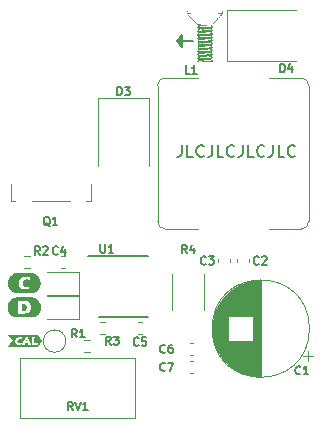
<source format=gbr>
%TF.GenerationSoftware,KiCad,Pcbnew,8.0.2*%
%TF.CreationDate,2024-05-30T14:17:59+02:00*%
%TF.ProjectId,MPPT_solar_charger_expansion_board,4d505054-5f73-46f6-9c61-725f63686172,1.00*%
%TF.SameCoordinates,Original*%
%TF.FileFunction,Legend,Top*%
%TF.FilePolarity,Positive*%
%FSLAX46Y46*%
G04 Gerber Fmt 4.6, Leading zero omitted, Abs format (unit mm)*
G04 Created by KiCad (PCBNEW 8.0.2) date 2024-05-30 14:17:59*
%MOMM*%
%LPD*%
G01*
G04 APERTURE LIST*
%ADD10C,0.150000*%
%ADD11C,0.120000*%
%ADD12C,0.000000*%
G04 APERTURE END LIST*
D10*
X145993928Y-89808168D02*
X145993928Y-90522453D01*
X145993928Y-90522453D02*
X145946309Y-90665310D01*
X145946309Y-90665310D02*
X145851071Y-90760549D01*
X145851071Y-90760549D02*
X145708214Y-90808168D01*
X145708214Y-90808168D02*
X145612976Y-90808168D01*
X146946309Y-90808168D02*
X146470119Y-90808168D01*
X146470119Y-90808168D02*
X146470119Y-89808168D01*
X147851071Y-90712929D02*
X147803452Y-90760549D01*
X147803452Y-90760549D02*
X147660595Y-90808168D01*
X147660595Y-90808168D02*
X147565357Y-90808168D01*
X147565357Y-90808168D02*
X147422500Y-90760549D01*
X147422500Y-90760549D02*
X147327262Y-90665310D01*
X147327262Y-90665310D02*
X147279643Y-90570072D01*
X147279643Y-90570072D02*
X147232024Y-90379596D01*
X147232024Y-90379596D02*
X147232024Y-90236739D01*
X147232024Y-90236739D02*
X147279643Y-90046263D01*
X147279643Y-90046263D02*
X147327262Y-89951025D01*
X147327262Y-89951025D02*
X147422500Y-89855787D01*
X147422500Y-89855787D02*
X147565357Y-89808168D01*
X147565357Y-89808168D02*
X147660595Y-89808168D01*
X147660595Y-89808168D02*
X147803452Y-89855787D01*
X147803452Y-89855787D02*
X147851071Y-89903406D01*
X148565357Y-89808168D02*
X148565357Y-90522453D01*
X148565357Y-90522453D02*
X148517738Y-90665310D01*
X148517738Y-90665310D02*
X148422500Y-90760549D01*
X148422500Y-90760549D02*
X148279643Y-90808168D01*
X148279643Y-90808168D02*
X148184405Y-90808168D01*
X149517738Y-90808168D02*
X149041548Y-90808168D01*
X149041548Y-90808168D02*
X149041548Y-89808168D01*
X150422500Y-90712929D02*
X150374881Y-90760549D01*
X150374881Y-90760549D02*
X150232024Y-90808168D01*
X150232024Y-90808168D02*
X150136786Y-90808168D01*
X150136786Y-90808168D02*
X149993929Y-90760549D01*
X149993929Y-90760549D02*
X149898691Y-90665310D01*
X149898691Y-90665310D02*
X149851072Y-90570072D01*
X149851072Y-90570072D02*
X149803453Y-90379596D01*
X149803453Y-90379596D02*
X149803453Y-90236739D01*
X149803453Y-90236739D02*
X149851072Y-90046263D01*
X149851072Y-90046263D02*
X149898691Y-89951025D01*
X149898691Y-89951025D02*
X149993929Y-89855787D01*
X149993929Y-89855787D02*
X150136786Y-89808168D01*
X150136786Y-89808168D02*
X150232024Y-89808168D01*
X150232024Y-89808168D02*
X150374881Y-89855787D01*
X150374881Y-89855787D02*
X150422500Y-89903406D01*
X151136786Y-89808168D02*
X151136786Y-90522453D01*
X151136786Y-90522453D02*
X151089167Y-90665310D01*
X151089167Y-90665310D02*
X150993929Y-90760549D01*
X150993929Y-90760549D02*
X150851072Y-90808168D01*
X150851072Y-90808168D02*
X150755834Y-90808168D01*
X152089167Y-90808168D02*
X151612977Y-90808168D01*
X151612977Y-90808168D02*
X151612977Y-89808168D01*
X152993929Y-90712929D02*
X152946310Y-90760549D01*
X152946310Y-90760549D02*
X152803453Y-90808168D01*
X152803453Y-90808168D02*
X152708215Y-90808168D01*
X152708215Y-90808168D02*
X152565358Y-90760549D01*
X152565358Y-90760549D02*
X152470120Y-90665310D01*
X152470120Y-90665310D02*
X152422501Y-90570072D01*
X152422501Y-90570072D02*
X152374882Y-90379596D01*
X152374882Y-90379596D02*
X152374882Y-90236739D01*
X152374882Y-90236739D02*
X152422501Y-90046263D01*
X152422501Y-90046263D02*
X152470120Y-89951025D01*
X152470120Y-89951025D02*
X152565358Y-89855787D01*
X152565358Y-89855787D02*
X152708215Y-89808168D01*
X152708215Y-89808168D02*
X152803453Y-89808168D01*
X152803453Y-89808168D02*
X152946310Y-89855787D01*
X152946310Y-89855787D02*
X152993929Y-89903406D01*
X153708215Y-89808168D02*
X153708215Y-90522453D01*
X153708215Y-90522453D02*
X153660596Y-90665310D01*
X153660596Y-90665310D02*
X153565358Y-90760549D01*
X153565358Y-90760549D02*
X153422501Y-90808168D01*
X153422501Y-90808168D02*
X153327263Y-90808168D01*
X154660596Y-90808168D02*
X154184406Y-90808168D01*
X154184406Y-90808168D02*
X154184406Y-89808168D01*
X155565358Y-90712929D02*
X155517739Y-90760549D01*
X155517739Y-90760549D02*
X155374882Y-90808168D01*
X155374882Y-90808168D02*
X155279644Y-90808168D01*
X155279644Y-90808168D02*
X155136787Y-90760549D01*
X155136787Y-90760549D02*
X155041549Y-90665310D01*
X155041549Y-90665310D02*
X154993930Y-90570072D01*
X154993930Y-90570072D02*
X154946311Y-90379596D01*
X154946311Y-90379596D02*
X154946311Y-90236739D01*
X154946311Y-90236739D02*
X154993930Y-90046263D01*
X154993930Y-90046263D02*
X155041549Y-89951025D01*
X155041549Y-89951025D02*
X155136787Y-89855787D01*
X155136787Y-89855787D02*
X155279644Y-89808168D01*
X155279644Y-89808168D02*
X155374882Y-89808168D01*
X155374882Y-89808168D02*
X155517739Y-89855787D01*
X155517739Y-89855787D02*
X155565358Y-89903406D01*
X146021200Y-81519400D02*
X145564000Y-81011400D01*
X146021200Y-80503400D01*
X146021200Y-81519400D01*
G36*
X146021200Y-81519400D02*
G01*
X145564000Y-81011400D01*
X146021200Y-80503400D01*
X146021200Y-81519400D01*
G37*
X146910200Y-81011400D02*
X145564000Y-81011400D01*
X133979733Y-99081033D02*
X133746400Y-98747700D01*
X133579733Y-99081033D02*
X133579733Y-98381033D01*
X133579733Y-98381033D02*
X133846400Y-98381033D01*
X133846400Y-98381033D02*
X133913067Y-98414366D01*
X133913067Y-98414366D02*
X133946400Y-98447700D01*
X133946400Y-98447700D02*
X133979733Y-98514366D01*
X133979733Y-98514366D02*
X133979733Y-98614366D01*
X133979733Y-98614366D02*
X133946400Y-98681033D01*
X133946400Y-98681033D02*
X133913067Y-98714366D01*
X133913067Y-98714366D02*
X133846400Y-98747700D01*
X133846400Y-98747700D02*
X133579733Y-98747700D01*
X134246400Y-98447700D02*
X134279733Y-98414366D01*
X134279733Y-98414366D02*
X134346400Y-98381033D01*
X134346400Y-98381033D02*
X134513067Y-98381033D01*
X134513067Y-98381033D02*
X134579733Y-98414366D01*
X134579733Y-98414366D02*
X134613067Y-98447700D01*
X134613067Y-98447700D02*
X134646400Y-98514366D01*
X134646400Y-98514366D02*
X134646400Y-98581033D01*
X134646400Y-98581033D02*
X134613067Y-98681033D01*
X134613067Y-98681033D02*
X134213067Y-99081033D01*
X134213067Y-99081033D02*
X134646400Y-99081033D01*
X152508533Y-99865766D02*
X152475200Y-99899100D01*
X152475200Y-99899100D02*
X152375200Y-99932433D01*
X152375200Y-99932433D02*
X152308533Y-99932433D01*
X152308533Y-99932433D02*
X152208533Y-99899100D01*
X152208533Y-99899100D02*
X152141867Y-99832433D01*
X152141867Y-99832433D02*
X152108533Y-99765766D01*
X152108533Y-99765766D02*
X152075200Y-99632433D01*
X152075200Y-99632433D02*
X152075200Y-99532433D01*
X152075200Y-99532433D02*
X152108533Y-99399100D01*
X152108533Y-99399100D02*
X152141867Y-99332433D01*
X152141867Y-99332433D02*
X152208533Y-99265766D01*
X152208533Y-99265766D02*
X152308533Y-99232433D01*
X152308533Y-99232433D02*
X152375200Y-99232433D01*
X152375200Y-99232433D02*
X152475200Y-99265766D01*
X152475200Y-99265766D02*
X152508533Y-99299100D01*
X152775200Y-99299100D02*
X152808533Y-99265766D01*
X152808533Y-99265766D02*
X152875200Y-99232433D01*
X152875200Y-99232433D02*
X153041867Y-99232433D01*
X153041867Y-99232433D02*
X153108533Y-99265766D01*
X153108533Y-99265766D02*
X153141867Y-99299100D01*
X153141867Y-99299100D02*
X153175200Y-99365766D01*
X153175200Y-99365766D02*
X153175200Y-99432433D01*
X153175200Y-99432433D02*
X153141867Y-99532433D01*
X153141867Y-99532433D02*
X152741867Y-99932433D01*
X152741867Y-99932433D02*
X153175200Y-99932433D01*
X135503733Y-99014366D02*
X135470400Y-99047700D01*
X135470400Y-99047700D02*
X135370400Y-99081033D01*
X135370400Y-99081033D02*
X135303733Y-99081033D01*
X135303733Y-99081033D02*
X135203733Y-99047700D01*
X135203733Y-99047700D02*
X135137067Y-98981033D01*
X135137067Y-98981033D02*
X135103733Y-98914366D01*
X135103733Y-98914366D02*
X135070400Y-98781033D01*
X135070400Y-98781033D02*
X135070400Y-98681033D01*
X135070400Y-98681033D02*
X135103733Y-98547700D01*
X135103733Y-98547700D02*
X135137067Y-98481033D01*
X135137067Y-98481033D02*
X135203733Y-98414366D01*
X135203733Y-98414366D02*
X135303733Y-98381033D01*
X135303733Y-98381033D02*
X135370400Y-98381033D01*
X135370400Y-98381033D02*
X135470400Y-98414366D01*
X135470400Y-98414366D02*
X135503733Y-98447700D01*
X136103733Y-98614366D02*
X136103733Y-99081033D01*
X135937067Y-98347700D02*
X135770400Y-98847700D01*
X135770400Y-98847700D02*
X136203733Y-98847700D01*
X139100266Y-98228633D02*
X139100266Y-98795300D01*
X139100266Y-98795300D02*
X139133600Y-98861966D01*
X139133600Y-98861966D02*
X139166933Y-98895300D01*
X139166933Y-98895300D02*
X139233600Y-98928633D01*
X139233600Y-98928633D02*
X139366933Y-98928633D01*
X139366933Y-98928633D02*
X139433600Y-98895300D01*
X139433600Y-98895300D02*
X139466933Y-98861966D01*
X139466933Y-98861966D02*
X139500266Y-98795300D01*
X139500266Y-98795300D02*
X139500266Y-98228633D01*
X140200266Y-98928633D02*
X139800266Y-98928633D01*
X140000266Y-98928633D02*
X140000266Y-98228633D01*
X140000266Y-98228633D02*
X139933599Y-98328633D01*
X139933599Y-98328633D02*
X139866933Y-98395300D01*
X139866933Y-98395300D02*
X139800266Y-98428633D01*
X142336333Y-106735966D02*
X142303000Y-106769300D01*
X142303000Y-106769300D02*
X142203000Y-106802633D01*
X142203000Y-106802633D02*
X142136333Y-106802633D01*
X142136333Y-106802633D02*
X142036333Y-106769300D01*
X142036333Y-106769300D02*
X141969667Y-106702633D01*
X141969667Y-106702633D02*
X141936333Y-106635966D01*
X141936333Y-106635966D02*
X141903000Y-106502633D01*
X141903000Y-106502633D02*
X141903000Y-106402633D01*
X141903000Y-106402633D02*
X141936333Y-106269300D01*
X141936333Y-106269300D02*
X141969667Y-106202633D01*
X141969667Y-106202633D02*
X142036333Y-106135966D01*
X142036333Y-106135966D02*
X142136333Y-106102633D01*
X142136333Y-106102633D02*
X142203000Y-106102633D01*
X142203000Y-106102633D02*
X142303000Y-106135966D01*
X142303000Y-106135966D02*
X142336333Y-106169300D01*
X142969667Y-106102633D02*
X142636333Y-106102633D01*
X142636333Y-106102633D02*
X142603000Y-106435966D01*
X142603000Y-106435966D02*
X142636333Y-106402633D01*
X142636333Y-106402633D02*
X142703000Y-106369300D01*
X142703000Y-106369300D02*
X142869667Y-106369300D01*
X142869667Y-106369300D02*
X142936333Y-106402633D01*
X142936333Y-106402633D02*
X142969667Y-106435966D01*
X142969667Y-106435966D02*
X143003000Y-106502633D01*
X143003000Y-106502633D02*
X143003000Y-106669300D01*
X143003000Y-106669300D02*
X142969667Y-106735966D01*
X142969667Y-106735966D02*
X142936333Y-106769300D01*
X142936333Y-106769300D02*
X142869667Y-106802633D01*
X142869667Y-106802633D02*
X142703000Y-106802633D01*
X142703000Y-106802633D02*
X142636333Y-106769300D01*
X142636333Y-106769300D02*
X142603000Y-106735966D01*
X146666533Y-83778033D02*
X146333199Y-83778033D01*
X146333199Y-83778033D02*
X146333199Y-83078033D01*
X147266533Y-83778033D02*
X146866533Y-83778033D01*
X147066533Y-83778033D02*
X147066533Y-83078033D01*
X147066533Y-83078033D02*
X146999866Y-83178033D01*
X146999866Y-83178033D02*
X146933200Y-83244700D01*
X146933200Y-83244700D02*
X146866533Y-83278033D01*
X148030533Y-99865766D02*
X147997200Y-99899100D01*
X147997200Y-99899100D02*
X147897200Y-99932433D01*
X147897200Y-99932433D02*
X147830533Y-99932433D01*
X147830533Y-99932433D02*
X147730533Y-99899100D01*
X147730533Y-99899100D02*
X147663867Y-99832433D01*
X147663867Y-99832433D02*
X147630533Y-99765766D01*
X147630533Y-99765766D02*
X147597200Y-99632433D01*
X147597200Y-99632433D02*
X147597200Y-99532433D01*
X147597200Y-99532433D02*
X147630533Y-99399100D01*
X147630533Y-99399100D02*
X147663867Y-99332433D01*
X147663867Y-99332433D02*
X147730533Y-99265766D01*
X147730533Y-99265766D02*
X147830533Y-99232433D01*
X147830533Y-99232433D02*
X147897200Y-99232433D01*
X147897200Y-99232433D02*
X147997200Y-99265766D01*
X147997200Y-99265766D02*
X148030533Y-99299100D01*
X148263867Y-99232433D02*
X148697200Y-99232433D01*
X148697200Y-99232433D02*
X148463867Y-99499100D01*
X148463867Y-99499100D02*
X148563867Y-99499100D01*
X148563867Y-99499100D02*
X148630533Y-99532433D01*
X148630533Y-99532433D02*
X148663867Y-99565766D01*
X148663867Y-99565766D02*
X148697200Y-99632433D01*
X148697200Y-99632433D02*
X148697200Y-99799100D01*
X148697200Y-99799100D02*
X148663867Y-99865766D01*
X148663867Y-99865766D02*
X148630533Y-99899100D01*
X148630533Y-99899100D02*
X148563867Y-99932433D01*
X148563867Y-99932433D02*
X148363867Y-99932433D01*
X148363867Y-99932433D02*
X148297200Y-99899100D01*
X148297200Y-99899100D02*
X148263867Y-99865766D01*
X144587133Y-107335766D02*
X144553800Y-107369100D01*
X144553800Y-107369100D02*
X144453800Y-107402433D01*
X144453800Y-107402433D02*
X144387133Y-107402433D01*
X144387133Y-107402433D02*
X144287133Y-107369100D01*
X144287133Y-107369100D02*
X144220467Y-107302433D01*
X144220467Y-107302433D02*
X144187133Y-107235766D01*
X144187133Y-107235766D02*
X144153800Y-107102433D01*
X144153800Y-107102433D02*
X144153800Y-107002433D01*
X144153800Y-107002433D02*
X144187133Y-106869100D01*
X144187133Y-106869100D02*
X144220467Y-106802433D01*
X144220467Y-106802433D02*
X144287133Y-106735766D01*
X144287133Y-106735766D02*
X144387133Y-106702433D01*
X144387133Y-106702433D02*
X144453800Y-106702433D01*
X144453800Y-106702433D02*
X144553800Y-106735766D01*
X144553800Y-106735766D02*
X144587133Y-106769100D01*
X145187133Y-106702433D02*
X145053800Y-106702433D01*
X145053800Y-106702433D02*
X144987133Y-106735766D01*
X144987133Y-106735766D02*
X144953800Y-106769100D01*
X144953800Y-106769100D02*
X144887133Y-106869100D01*
X144887133Y-106869100D02*
X144853800Y-107002433D01*
X144853800Y-107002433D02*
X144853800Y-107269100D01*
X144853800Y-107269100D02*
X144887133Y-107335766D01*
X144887133Y-107335766D02*
X144920467Y-107369100D01*
X144920467Y-107369100D02*
X144987133Y-107402433D01*
X144987133Y-107402433D02*
X145120467Y-107402433D01*
X145120467Y-107402433D02*
X145187133Y-107369100D01*
X145187133Y-107369100D02*
X145220467Y-107335766D01*
X145220467Y-107335766D02*
X145253800Y-107269100D01*
X145253800Y-107269100D02*
X145253800Y-107102433D01*
X145253800Y-107102433D02*
X145220467Y-107035766D01*
X145220467Y-107035766D02*
X145187133Y-107002433D01*
X145187133Y-107002433D02*
X145120467Y-106969100D01*
X145120467Y-106969100D02*
X144987133Y-106969100D01*
X144987133Y-106969100D02*
X144920467Y-107002433D01*
X144920467Y-107002433D02*
X144887133Y-107035766D01*
X144887133Y-107035766D02*
X144853800Y-107102433D01*
X146412533Y-98967233D02*
X146179200Y-98633900D01*
X146012533Y-98967233D02*
X146012533Y-98267233D01*
X146012533Y-98267233D02*
X146279200Y-98267233D01*
X146279200Y-98267233D02*
X146345867Y-98300566D01*
X146345867Y-98300566D02*
X146379200Y-98333900D01*
X146379200Y-98333900D02*
X146412533Y-98400566D01*
X146412533Y-98400566D02*
X146412533Y-98500566D01*
X146412533Y-98500566D02*
X146379200Y-98567233D01*
X146379200Y-98567233D02*
X146345867Y-98600566D01*
X146345867Y-98600566D02*
X146279200Y-98633900D01*
X146279200Y-98633900D02*
X146012533Y-98633900D01*
X147012533Y-98500566D02*
X147012533Y-98967233D01*
X146845867Y-98233900D02*
X146679200Y-98733900D01*
X146679200Y-98733900D02*
X147112533Y-98733900D01*
X137094133Y-106107033D02*
X136860800Y-105773700D01*
X136694133Y-106107033D02*
X136694133Y-105407033D01*
X136694133Y-105407033D02*
X136960800Y-105407033D01*
X136960800Y-105407033D02*
X137027467Y-105440366D01*
X137027467Y-105440366D02*
X137060800Y-105473700D01*
X137060800Y-105473700D02*
X137094133Y-105540366D01*
X137094133Y-105540366D02*
X137094133Y-105640366D01*
X137094133Y-105640366D02*
X137060800Y-105707033D01*
X137060800Y-105707033D02*
X137027467Y-105740366D01*
X137027467Y-105740366D02*
X136960800Y-105773700D01*
X136960800Y-105773700D02*
X136694133Y-105773700D01*
X137760800Y-106107033D02*
X137360800Y-106107033D01*
X137560800Y-106107033D02*
X137560800Y-105407033D01*
X137560800Y-105407033D02*
X137494133Y-105507033D01*
X137494133Y-105507033D02*
X137427467Y-105573700D01*
X137427467Y-105573700D02*
X137360800Y-105607033D01*
X134829533Y-96680100D02*
X134762866Y-96646766D01*
X134762866Y-96646766D02*
X134696200Y-96580100D01*
X134696200Y-96580100D02*
X134596200Y-96480100D01*
X134596200Y-96480100D02*
X134529533Y-96446766D01*
X134529533Y-96446766D02*
X134462866Y-96446766D01*
X134496200Y-96613433D02*
X134429533Y-96580100D01*
X134429533Y-96580100D02*
X134362866Y-96513433D01*
X134362866Y-96513433D02*
X134329533Y-96380100D01*
X134329533Y-96380100D02*
X134329533Y-96146766D01*
X134329533Y-96146766D02*
X134362866Y-96013433D01*
X134362866Y-96013433D02*
X134429533Y-95946766D01*
X134429533Y-95946766D02*
X134496200Y-95913433D01*
X134496200Y-95913433D02*
X134629533Y-95913433D01*
X134629533Y-95913433D02*
X134696200Y-95946766D01*
X134696200Y-95946766D02*
X134762866Y-96013433D01*
X134762866Y-96013433D02*
X134796200Y-96146766D01*
X134796200Y-96146766D02*
X134796200Y-96380100D01*
X134796200Y-96380100D02*
X134762866Y-96513433D01*
X134762866Y-96513433D02*
X134696200Y-96580100D01*
X134696200Y-96580100D02*
X134629533Y-96613433D01*
X134629533Y-96613433D02*
X134496200Y-96613433D01*
X135462866Y-96613433D02*
X135062866Y-96613433D01*
X135262866Y-96613433D02*
X135262866Y-95913433D01*
X135262866Y-95913433D02*
X135196199Y-96013433D01*
X135196199Y-96013433D02*
X135129533Y-96080100D01*
X135129533Y-96080100D02*
X135062866Y-96113433D01*
X140526133Y-85606833D02*
X140526133Y-84906833D01*
X140526133Y-84906833D02*
X140692800Y-84906833D01*
X140692800Y-84906833D02*
X140792800Y-84940166D01*
X140792800Y-84940166D02*
X140859467Y-85006833D01*
X140859467Y-85006833D02*
X140892800Y-85073500D01*
X140892800Y-85073500D02*
X140926133Y-85206833D01*
X140926133Y-85206833D02*
X140926133Y-85306833D01*
X140926133Y-85306833D02*
X140892800Y-85440166D01*
X140892800Y-85440166D02*
X140859467Y-85506833D01*
X140859467Y-85506833D02*
X140792800Y-85573500D01*
X140792800Y-85573500D02*
X140692800Y-85606833D01*
X140692800Y-85606833D02*
X140526133Y-85606833D01*
X141159467Y-84906833D02*
X141592800Y-84906833D01*
X141592800Y-84906833D02*
X141359467Y-85173500D01*
X141359467Y-85173500D02*
X141459467Y-85173500D01*
X141459467Y-85173500D02*
X141526133Y-85206833D01*
X141526133Y-85206833D02*
X141559467Y-85240166D01*
X141559467Y-85240166D02*
X141592800Y-85306833D01*
X141592800Y-85306833D02*
X141592800Y-85473500D01*
X141592800Y-85473500D02*
X141559467Y-85540166D01*
X141559467Y-85540166D02*
X141526133Y-85573500D01*
X141526133Y-85573500D02*
X141459467Y-85606833D01*
X141459467Y-85606833D02*
X141259467Y-85606833D01*
X141259467Y-85606833D02*
X141192800Y-85573500D01*
X141192800Y-85573500D02*
X141159467Y-85540166D01*
X156038533Y-109172966D02*
X156005200Y-109206300D01*
X156005200Y-109206300D02*
X155905200Y-109239633D01*
X155905200Y-109239633D02*
X155838533Y-109239633D01*
X155838533Y-109239633D02*
X155738533Y-109206300D01*
X155738533Y-109206300D02*
X155671867Y-109139633D01*
X155671867Y-109139633D02*
X155638533Y-109072966D01*
X155638533Y-109072966D02*
X155605200Y-108939633D01*
X155605200Y-108939633D02*
X155605200Y-108839633D01*
X155605200Y-108839633D02*
X155638533Y-108706300D01*
X155638533Y-108706300D02*
X155671867Y-108639633D01*
X155671867Y-108639633D02*
X155738533Y-108572966D01*
X155738533Y-108572966D02*
X155838533Y-108539633D01*
X155838533Y-108539633D02*
X155905200Y-108539633D01*
X155905200Y-108539633D02*
X156005200Y-108572966D01*
X156005200Y-108572966D02*
X156038533Y-108606300D01*
X156705200Y-109239633D02*
X156305200Y-109239633D01*
X156505200Y-109239633D02*
X156505200Y-108539633D01*
X156505200Y-108539633D02*
X156438533Y-108639633D01*
X156438533Y-108639633D02*
X156371867Y-108706300D01*
X156371867Y-108706300D02*
X156305200Y-108739633D01*
X139974133Y-106726433D02*
X139740800Y-106393100D01*
X139574133Y-106726433D02*
X139574133Y-106026433D01*
X139574133Y-106026433D02*
X139840800Y-106026433D01*
X139840800Y-106026433D02*
X139907467Y-106059766D01*
X139907467Y-106059766D02*
X139940800Y-106093100D01*
X139940800Y-106093100D02*
X139974133Y-106159766D01*
X139974133Y-106159766D02*
X139974133Y-106259766D01*
X139974133Y-106259766D02*
X139940800Y-106326433D01*
X139940800Y-106326433D02*
X139907467Y-106359766D01*
X139907467Y-106359766D02*
X139840800Y-106393100D01*
X139840800Y-106393100D02*
X139574133Y-106393100D01*
X140207467Y-106026433D02*
X140640800Y-106026433D01*
X140640800Y-106026433D02*
X140407467Y-106293100D01*
X140407467Y-106293100D02*
X140507467Y-106293100D01*
X140507467Y-106293100D02*
X140574133Y-106326433D01*
X140574133Y-106326433D02*
X140607467Y-106359766D01*
X140607467Y-106359766D02*
X140640800Y-106426433D01*
X140640800Y-106426433D02*
X140640800Y-106593100D01*
X140640800Y-106593100D02*
X140607467Y-106659766D01*
X140607467Y-106659766D02*
X140574133Y-106693100D01*
X140574133Y-106693100D02*
X140507467Y-106726433D01*
X140507467Y-106726433D02*
X140307467Y-106726433D01*
X140307467Y-106726433D02*
X140240800Y-106693100D01*
X140240800Y-106693100D02*
X140207467Y-106659766D01*
X154343733Y-83625633D02*
X154343733Y-82925633D01*
X154343733Y-82925633D02*
X154510400Y-82925633D01*
X154510400Y-82925633D02*
X154610400Y-82958966D01*
X154610400Y-82958966D02*
X154677067Y-83025633D01*
X154677067Y-83025633D02*
X154710400Y-83092300D01*
X154710400Y-83092300D02*
X154743733Y-83225633D01*
X154743733Y-83225633D02*
X154743733Y-83325633D01*
X154743733Y-83325633D02*
X154710400Y-83458966D01*
X154710400Y-83458966D02*
X154677067Y-83525633D01*
X154677067Y-83525633D02*
X154610400Y-83592300D01*
X154610400Y-83592300D02*
X154510400Y-83625633D01*
X154510400Y-83625633D02*
X154343733Y-83625633D01*
X155343733Y-83158966D02*
X155343733Y-83625633D01*
X155177067Y-82892300D02*
X155010400Y-83392300D01*
X155010400Y-83392300D02*
X155443733Y-83392300D01*
X144587133Y-108859766D02*
X144553800Y-108893100D01*
X144553800Y-108893100D02*
X144453800Y-108926433D01*
X144453800Y-108926433D02*
X144387133Y-108926433D01*
X144387133Y-108926433D02*
X144287133Y-108893100D01*
X144287133Y-108893100D02*
X144220467Y-108826433D01*
X144220467Y-108826433D02*
X144187133Y-108759766D01*
X144187133Y-108759766D02*
X144153800Y-108626433D01*
X144153800Y-108626433D02*
X144153800Y-108526433D01*
X144153800Y-108526433D02*
X144187133Y-108393100D01*
X144187133Y-108393100D02*
X144220467Y-108326433D01*
X144220467Y-108326433D02*
X144287133Y-108259766D01*
X144287133Y-108259766D02*
X144387133Y-108226433D01*
X144387133Y-108226433D02*
X144453800Y-108226433D01*
X144453800Y-108226433D02*
X144553800Y-108259766D01*
X144553800Y-108259766D02*
X144587133Y-108293100D01*
X144820467Y-108226433D02*
X145287133Y-108226433D01*
X145287133Y-108226433D02*
X144987133Y-108926433D01*
X136765333Y-112276833D02*
X136532000Y-111943500D01*
X136365333Y-112276833D02*
X136365333Y-111576833D01*
X136365333Y-111576833D02*
X136632000Y-111576833D01*
X136632000Y-111576833D02*
X136698667Y-111610166D01*
X136698667Y-111610166D02*
X136732000Y-111643500D01*
X136732000Y-111643500D02*
X136765333Y-111710166D01*
X136765333Y-111710166D02*
X136765333Y-111810166D01*
X136765333Y-111810166D02*
X136732000Y-111876833D01*
X136732000Y-111876833D02*
X136698667Y-111910166D01*
X136698667Y-111910166D02*
X136632000Y-111943500D01*
X136632000Y-111943500D02*
X136365333Y-111943500D01*
X136965333Y-111576833D02*
X137198667Y-112276833D01*
X137198667Y-112276833D02*
X137432000Y-111576833D01*
X138032000Y-112276833D02*
X137632000Y-112276833D01*
X137832000Y-112276833D02*
X137832000Y-111576833D01*
X137832000Y-111576833D02*
X137765333Y-111676833D01*
X137765333Y-111676833D02*
X137698667Y-111743500D01*
X137698667Y-111743500D02*
X137632000Y-111776833D01*
D11*
%TO.C,TP2*%
X136166600Y-106411400D02*
G75*
G02*
X134266600Y-106411400I-950000J0D01*
G01*
X134266600Y-106411400D02*
G75*
G02*
X136166600Y-106411400I950000J0D01*
G01*
%TO.C,R2*%
X132665342Y-99207700D02*
X133139858Y-99207700D01*
X132665342Y-100252700D02*
X133139858Y-100252700D01*
%TO.C,C2*%
X150642000Y-99756980D02*
X150642000Y-99475820D01*
X151662000Y-99756980D02*
X151662000Y-99475820D01*
%TO.C,C4*%
X135792420Y-99220200D02*
X136073580Y-99220200D01*
X135792420Y-100240200D02*
X136073580Y-100240200D01*
D10*
%TO.C,U1*%
X138026000Y-99206200D02*
X143096000Y-99206200D01*
X138956000Y-104346200D02*
X143096000Y-104346200D01*
D11*
%TO.C,C5*%
X142312420Y-104808200D02*
X142593580Y-104808200D01*
X142312420Y-105828200D02*
X142593580Y-105828200D01*
%TO.C,L1*%
X143939200Y-96273200D02*
X143939200Y-84773200D01*
X147339200Y-84123200D02*
X144589200Y-84123200D01*
X147339200Y-96923200D02*
X144589200Y-96923200D01*
X156089200Y-84123200D02*
X153339200Y-84123200D01*
X156089200Y-96923200D02*
X153339200Y-96923200D01*
X156739200Y-84773200D02*
X156739200Y-96273200D01*
X143939200Y-84773200D02*
G75*
G02*
X144589200Y-84123200I650001J-1D01*
G01*
X144589200Y-96923200D02*
G75*
G02*
X143939200Y-96273200I0J650000D01*
G01*
X156089200Y-84123200D02*
G75*
G02*
X156739200Y-84773200I-1J-650001D01*
G01*
X156739200Y-96273200D02*
G75*
G02*
X156089200Y-96923200I-650000J0D01*
G01*
D12*
%TO.C,G\u002A\u002A\u002A*%
G36*
X149487803Y-78538815D02*
G01*
X149488831Y-78590022D01*
X149487643Y-78633938D01*
X149484508Y-78662745D01*
X149483449Y-78666675D01*
X149472253Y-78683162D01*
X149446350Y-78714059D01*
X149408647Y-78756120D01*
X149362055Y-78806102D01*
X149309481Y-78860762D01*
X149308567Y-78861697D01*
X149248744Y-78923326D01*
X149187855Y-78986732D01*
X149130850Y-79046715D01*
X149082675Y-79098077D01*
X149055135Y-79128011D01*
X149018852Y-79167186D01*
X148969332Y-79219480D01*
X148910940Y-79280346D01*
X148848040Y-79345236D01*
X148784999Y-79409603D01*
X148778520Y-79416174D01*
X148711583Y-79483340D01*
X148659383Y-79533974D01*
X148619796Y-79569918D01*
X148590696Y-79593015D01*
X148569961Y-79605106D01*
X148557190Y-79608108D01*
X148531762Y-79613873D01*
X148527521Y-79631410D01*
X148544542Y-79661084D01*
X148575066Y-79695393D01*
X148608002Y-79732540D01*
X148622015Y-79760637D01*
X148618182Y-79785532D01*
X148597581Y-79813074D01*
X148596887Y-79813818D01*
X148552062Y-79866071D01*
X148523399Y-79909111D01*
X148512746Y-79940138D01*
X148512719Y-79941365D01*
X148520528Y-79955406D01*
X148540973Y-79981802D01*
X148568777Y-80013884D01*
X148597209Y-80046556D01*
X148617400Y-80072269D01*
X148624889Y-80085234D01*
X148617834Y-80104927D01*
X148600648Y-80132526D01*
X148579527Y-80159704D01*
X148560662Y-80178138D01*
X148553245Y-80181542D01*
X148538747Y-80189023D01*
X148537658Y-80193275D01*
X148529687Y-80210376D01*
X148517053Y-80225459D01*
X148504658Y-80241123D01*
X148507846Y-80255082D01*
X148526405Y-80274713D01*
X148564396Y-80313992D01*
X148590076Y-80346643D01*
X148599985Y-80368238D01*
X148600005Y-80368879D01*
X148609556Y-80380780D01*
X148612913Y-80381206D01*
X148619866Y-80388466D01*
X148612227Y-80406892D01*
X148594367Y-80431449D01*
X148570654Y-80457103D01*
X148545458Y-80478822D01*
X148523149Y-80491570D01*
X148515837Y-80493036D01*
X148502712Y-80501164D01*
X148508202Y-80523362D01*
X148531492Y-80558065D01*
X148571765Y-80603714D01*
X148576027Y-80608133D01*
X148606357Y-80643511D01*
X148623016Y-80671773D01*
X148624284Y-80689230D01*
X148615591Y-80693047D01*
X148597543Y-80702290D01*
X148571808Y-80725044D01*
X148544824Y-80754266D01*
X148523027Y-80782913D01*
X148512853Y-80803941D01*
X148512719Y-80805620D01*
X148521125Y-80826529D01*
X148542993Y-80857025D01*
X148568831Y-80885557D01*
X148597845Y-80915529D01*
X148618117Y-80938302D01*
X148624943Y-80948278D01*
X148617020Y-80960023D01*
X148596302Y-80984285D01*
X148568901Y-81014070D01*
X148539909Y-81047603D01*
X148519636Y-81076623D01*
X148512789Y-81093433D01*
X148521105Y-81112136D01*
X148542902Y-81141237D01*
X148571317Y-81172212D01*
X148599166Y-81202838D01*
X148615970Y-81226927D01*
X148618115Y-81239289D01*
X148618077Y-81239316D01*
X148597518Y-81258062D01*
X148571317Y-81286937D01*
X148544896Y-81319242D01*
X148523682Y-81348275D01*
X148513099Y-81367337D01*
X148512735Y-81369435D01*
X148521656Y-81391091D01*
X148547044Y-81426726D01*
X148586872Y-81473587D01*
X148599717Y-81487675D01*
X148625462Y-81515548D01*
X148590912Y-81555048D01*
X148560572Y-81588838D01*
X148531057Y-81620378D01*
X148527215Y-81624336D01*
X148508322Y-81646316D01*
X148506092Y-81662943D01*
X148517620Y-81683963D01*
X148540748Y-81714375D01*
X148568588Y-81745219D01*
X148594665Y-81782499D01*
X148596589Y-81819395D01*
X148574184Y-81857784D01*
X148556362Y-81875823D01*
X148530444Y-81902459D01*
X148514806Y-81924416D01*
X148512719Y-81931044D01*
X148519927Y-81951562D01*
X148538163Y-81983459D01*
X148562348Y-82019074D01*
X148587402Y-82050747D01*
X148602233Y-82066026D01*
X148618630Y-82083785D01*
X148622181Y-82100933D01*
X148611238Y-82122603D01*
X148584148Y-82153926D01*
X148568831Y-82169887D01*
X148539717Y-82202459D01*
X148519433Y-82230148D01*
X148512719Y-82245519D01*
X148521032Y-82263177D01*
X148542680Y-82291301D01*
X148568831Y-82319528D01*
X148597996Y-82350538D01*
X148618285Y-82375638D01*
X148624943Y-82388222D01*
X148617329Y-82405140D01*
X148598592Y-82430520D01*
X148594463Y-82435310D01*
X148564317Y-82469436D01*
X148532854Y-82505049D01*
X148531276Y-82506835D01*
X148498569Y-82543853D01*
X148562486Y-82602927D01*
X148595536Y-82635263D01*
X148612856Y-82660601D01*
X148613873Y-82684354D01*
X148598012Y-82711932D01*
X148564699Y-82748746D01*
X148544887Y-82768742D01*
X148492413Y-82821216D01*
X147950799Y-82822658D01*
X147800532Y-82822784D01*
X147674444Y-82822286D01*
X147571785Y-82821147D01*
X147491803Y-82819352D01*
X147433746Y-82816884D01*
X147396862Y-82813726D01*
X147381129Y-82810271D01*
X147359792Y-82796031D01*
X147353073Y-82785879D01*
X147342613Y-82777291D01*
X147328134Y-82775315D01*
X147307192Y-82768436D01*
X147306075Y-82749065D01*
X147317806Y-82729714D01*
X147451338Y-82729714D01*
X147464112Y-82742098D01*
X147498340Y-82748486D01*
X147555642Y-82750373D01*
X147558817Y-82750376D01*
X147610433Y-82748997D01*
X147646985Y-82745204D01*
X147664084Y-82739514D01*
X147664806Y-82737907D01*
X147677081Y-82733628D01*
X147713154Y-82730195D01*
X147771897Y-82727656D01*
X147852183Y-82726056D01*
X147952883Y-82725443D01*
X147964069Y-82725437D01*
X148066756Y-82724926D01*
X148149140Y-82723423D01*
X148210096Y-82720975D01*
X148248494Y-82717630D01*
X148263208Y-82713434D01*
X148263333Y-82712968D01*
X148274877Y-82706588D01*
X148305864Y-82702174D01*
X148350826Y-82700499D01*
X148351509Y-82700499D01*
X148411218Y-82697755D01*
X148448426Y-82688767D01*
X148465039Y-82672401D01*
X148462966Y-82647520D01*
X148458355Y-82636942D01*
X148452012Y-82625756D01*
X148443310Y-82617695D01*
X148428385Y-82612160D01*
X148403375Y-82608555D01*
X148364420Y-82606280D01*
X148307656Y-82604737D01*
X148242893Y-82603561D01*
X148165402Y-82602564D01*
X148108024Y-82602881D01*
X148065951Y-82604917D01*
X148034373Y-82609077D01*
X148008483Y-82615764D01*
X147983475Y-82625382D01*
X147941118Y-82640392D01*
X147901445Y-82649431D01*
X147887400Y-82650622D01*
X147851360Y-82655046D01*
X147825650Y-82663764D01*
X147803470Y-82669262D01*
X147766875Y-82668100D01*
X147711707Y-82660050D01*
X147692556Y-82656567D01*
X147622360Y-82645426D01*
X147570557Y-82642821D01*
X147531895Y-82649367D01*
X147501121Y-82665677D01*
X147483682Y-82680980D01*
X147458401Y-82709840D01*
X147451338Y-82729714D01*
X147317806Y-82729714D01*
X147324239Y-82719103D01*
X147353073Y-82688029D01*
X147388497Y-82647580D01*
X147401688Y-82612284D01*
X147392600Y-82577114D01*
X147361186Y-82537043D01*
X147351596Y-82527386D01*
X147319841Y-82491395D01*
X147307462Y-82460637D01*
X147312767Y-82437779D01*
X147452071Y-82437779D01*
X147459255Y-82452588D01*
X147488454Y-82460597D01*
X147540876Y-82463470D01*
X147558817Y-82463582D01*
X147610433Y-82462203D01*
X147646985Y-82458410D01*
X147664084Y-82452720D01*
X147664806Y-82451112D01*
X147675249Y-82440981D01*
X147689744Y-82438643D01*
X147709997Y-82444429D01*
X147714683Y-82452477D01*
X147725855Y-82460606D01*
X147759421Y-82457908D01*
X147761443Y-82457535D01*
X147794726Y-82453045D01*
X147844475Y-82448408D01*
X147902235Y-82444363D01*
X147929779Y-82442873D01*
X147981398Y-82439453D01*
X148022135Y-82435001D01*
X148046647Y-82430202D01*
X148051355Y-82427312D01*
X148063111Y-82423816D01*
X148095532Y-82420548D01*
X148144341Y-82417780D01*
X148205264Y-82415787D01*
X148241512Y-82415131D01*
X148309823Y-82413488D01*
X148367154Y-82410670D01*
X148409457Y-82406977D01*
X148432681Y-82402711D01*
X148435825Y-82400695D01*
X148450131Y-82389795D01*
X148457647Y-82388766D01*
X148472590Y-82380176D01*
X148473450Y-82360302D01*
X148460868Y-82337992D01*
X148453490Y-82331308D01*
X148434472Y-82325566D01*
X148397136Y-82320866D01*
X148346381Y-82317266D01*
X148287105Y-82314820D01*
X148224207Y-82313586D01*
X148162584Y-82313619D01*
X148107136Y-82314975D01*
X148062760Y-82317711D01*
X148034355Y-82321882D01*
X148026416Y-82326419D01*
X148015468Y-82334717D01*
X147988604Y-82338801D01*
X147983509Y-82338889D01*
X147952450Y-82342193D01*
X147933743Y-82350258D01*
X147932896Y-82351358D01*
X147915308Y-82361833D01*
X147900987Y-82363827D01*
X147881128Y-82369191D01*
X147876784Y-82376297D01*
X147865180Y-82382580D01*
X147833768Y-82386959D01*
X147787650Y-82388754D01*
X147783264Y-82388766D01*
X147738563Y-82387484D01*
X147705495Y-82384094D01*
X147690153Y-82379277D01*
X147689744Y-82378298D01*
X147678707Y-82364396D01*
X147651082Y-82351148D01*
X147615096Y-82341668D01*
X147585605Y-82338889D01*
X147546470Y-82347482D01*
X147505271Y-82375409D01*
X147498907Y-82381096D01*
X147465692Y-82414503D01*
X147452071Y-82437779D01*
X147312767Y-82437779D01*
X147314729Y-82429323D01*
X147341912Y-82391667D01*
X147358782Y-82373150D01*
X147384154Y-82342866D01*
X147400126Y-82317249D01*
X147402950Y-82307712D01*
X147394879Y-82289002D01*
X147374026Y-82260091D01*
X147353073Y-82236110D01*
X147325908Y-82203959D01*
X147307792Y-82176176D01*
X147303196Y-82162772D01*
X147311417Y-82143122D01*
X147316281Y-82136411D01*
X147452827Y-82136411D01*
X147459560Y-82165239D01*
X147480614Y-82173833D01*
X147496153Y-82171082D01*
X147515676Y-82168637D01*
X147556123Y-82165810D01*
X147613487Y-82162802D01*
X147683759Y-82159814D01*
X147762933Y-82157047D01*
X147795734Y-82156061D01*
X147875726Y-82153309D01*
X147946908Y-82149987D01*
X148005648Y-82146338D01*
X148048317Y-82142601D01*
X148071285Y-82139019D01*
X148074215Y-82137550D01*
X148087498Y-82133715D01*
X148121111Y-82130495D01*
X148170449Y-82128163D01*
X148230906Y-82126994D01*
X148252793Y-82126910D01*
X148330044Y-82126235D01*
X148385807Y-82123473D01*
X148423512Y-82117517D01*
X148446592Y-82107262D01*
X148458477Y-82091603D01*
X148462598Y-82069434D01*
X148462842Y-82059220D01*
X148462987Y-82048073D01*
X148461428Y-82039608D01*
X148455176Y-82033489D01*
X148441242Y-82029382D01*
X148416634Y-82026949D01*
X148378363Y-82025857D01*
X148323440Y-82025770D01*
X148248874Y-82026352D01*
X148176048Y-82027046D01*
X148110902Y-82028413D01*
X148054497Y-82031032D01*
X148011608Y-82034571D01*
X147987010Y-82038701D01*
X147983397Y-82040409D01*
X147961516Y-82050612D01*
X147949106Y-82052094D01*
X147930239Y-82057830D01*
X147926661Y-82064564D01*
X147914709Y-82070112D01*
X147880857Y-82074195D01*
X147828119Y-82076551D01*
X147783264Y-82077033D01*
X147719459Y-82075994D01*
X147672504Y-82073050D01*
X147645410Y-82068464D01*
X147639867Y-82064564D01*
X147628805Y-82056755D01*
X147601170Y-82052412D01*
X147589990Y-82052094D01*
X147558757Y-82054860D01*
X147541384Y-82061768D01*
X147540113Y-82064564D01*
X147529631Y-82074576D01*
X147514283Y-82077033D01*
X147480516Y-82087674D01*
X147457764Y-82114232D01*
X147452827Y-82136411D01*
X147316281Y-82136411D01*
X147332621Y-82113869D01*
X147353073Y-82090992D01*
X147380352Y-82059976D01*
X147398468Y-82033809D01*
X147402950Y-82021867D01*
X147394578Y-82003858D01*
X147373025Y-81976292D01*
X147353073Y-81955245D01*
X147317822Y-81913727D01*
X147305106Y-81878100D01*
X147312030Y-81853342D01*
X147452827Y-81853342D01*
X147454027Y-81866087D01*
X147460851Y-81873492D01*
X147478134Y-81876391D01*
X147510714Y-81875615D01*
X147561934Y-81872106D01*
X147630222Y-81867154D01*
X147706316Y-81861779D01*
X147774259Y-81857108D01*
X147777030Y-81856922D01*
X147824549Y-81854282D01*
X147890600Y-81851378D01*
X147968780Y-81848450D01*
X148052687Y-81845742D01*
X148123053Y-81843812D01*
X148197336Y-81841400D01*
X148262274Y-81838224D01*
X148314061Y-81834559D01*
X148348894Y-81830680D01*
X148362968Y-81826860D01*
X148363088Y-81826499D01*
X148374153Y-81819409D01*
X148401793Y-81815465D01*
X148412965Y-81815177D01*
X148444970Y-81813653D01*
X148459198Y-81805664D01*
X148462776Y-81786084D01*
X148462842Y-81779296D01*
X148460823Y-81754515D01*
X148452434Y-81737010D01*
X148434173Y-81725750D01*
X148402542Y-81719705D01*
X148354041Y-81717844D01*
X148285170Y-81719138D01*
X148261227Y-81719944D01*
X148155089Y-81724735D01*
X148073726Y-81730707D01*
X148017000Y-81737876D01*
X147984776Y-81746259D01*
X147976539Y-81754086D01*
X147965592Y-81761571D01*
X147938758Y-81765228D01*
X147933935Y-81765300D01*
X147904166Y-81768517D01*
X147887779Y-81776383D01*
X147887175Y-81777574D01*
X147873212Y-81784853D01*
X147842076Y-81789783D01*
X147801349Y-81792269D01*
X147758609Y-81792214D01*
X147721435Y-81789521D01*
X147697406Y-81784096D01*
X147692582Y-81780046D01*
X147677061Y-81771270D01*
X147638955Y-81766315D01*
X147600853Y-81765300D01*
X147552568Y-81766457D01*
X147521408Y-81771275D01*
X147499615Y-81781777D01*
X147483434Y-81795906D01*
X147462329Y-81824455D01*
X147452865Y-81851969D01*
X147452827Y-81853342D01*
X147312030Y-81853342D01*
X147314493Y-81844533D01*
X147337486Y-81816727D01*
X147364847Y-81786794D01*
X147385899Y-81758269D01*
X147387363Y-81755781D01*
X147399239Y-81725581D01*
X147402459Y-81697490D01*
X147396609Y-81680082D01*
X147391113Y-81678015D01*
X147374220Y-81668927D01*
X147350236Y-81646727D01*
X147325963Y-81619015D01*
X147308205Y-81593385D01*
X147303253Y-81579906D01*
X147308888Y-81565471D01*
X147452827Y-81565471D01*
X147453988Y-81577495D01*
X147460526Y-81584772D01*
X147477031Y-81588005D01*
X147508088Y-81587899D01*
X147558286Y-81585159D01*
X147574403Y-81584143D01*
X147644915Y-81579756D01*
X147722907Y-81575051D01*
X147793918Y-81570897D01*
X147808203Y-81570085D01*
X147859631Y-81567587D01*
X147928850Y-81564795D01*
X148008718Y-81561968D01*
X148092093Y-81559365D01*
X148141757Y-81557994D01*
X148217991Y-81555368D01*
X148281397Y-81551906D01*
X148328723Y-81547869D01*
X148356721Y-81543518D01*
X148363088Y-81540308D01*
X148374151Y-81532840D01*
X148401789Y-81528687D01*
X148412965Y-81528383D01*
X148444214Y-81527225D01*
X148461580Y-81524333D01*
X148462842Y-81523168D01*
X148466691Y-81508412D01*
X148469494Y-81500619D01*
X148466888Y-81479472D01*
X148452445Y-81455956D01*
X148440861Y-81444569D01*
X148426326Y-81436868D01*
X148404126Y-81432139D01*
X148369542Y-81429668D01*
X148317860Y-81428741D01*
X148271958Y-81428628D01*
X148207571Y-81429586D01*
X148155896Y-81432250D01*
X148121089Y-81436304D01*
X148107467Y-81441098D01*
X148091648Y-81448011D01*
X148059143Y-81452539D01*
X148031393Y-81453567D01*
X147982963Y-81456731D01*
X147950815Y-81467621D01*
X147936258Y-81478506D01*
X147920277Y-81490293D01*
X147899218Y-81497722D01*
X147867413Y-81501740D01*
X147819193Y-81503294D01*
X147787148Y-81503444D01*
X147729989Y-81502238D01*
X147688765Y-81498867D01*
X147667153Y-81493708D01*
X147664806Y-81490975D01*
X147653448Y-81484333D01*
X147623777Y-81479830D01*
X147589990Y-81478506D01*
X147550139Y-81480399D01*
X147523121Y-81485344D01*
X147515174Y-81490975D01*
X147505569Y-81502940D01*
X147501814Y-81503444D01*
X147478279Y-81514118D01*
X147459348Y-81539409D01*
X147452827Y-81565471D01*
X147308888Y-81565471D01*
X147310736Y-81560736D01*
X147329735Y-81531871D01*
X147341037Y-81517560D01*
X147372177Y-81480054D01*
X147390607Y-81456548D01*
X147399658Y-81441950D01*
X147402661Y-81431166D01*
X147402950Y-81422920D01*
X147393249Y-81406052D01*
X147384341Y-81403690D01*
X147361796Y-81395589D01*
X147334766Y-81376342D01*
X147312240Y-81353535D01*
X147303196Y-81335211D01*
X147311030Y-81316562D01*
X147328134Y-81294339D01*
X147346124Y-81271863D01*
X147348160Y-81267606D01*
X147452827Y-81267606D01*
X147453619Y-81277352D01*
X147458407Y-81284103D01*
X147470813Y-81288183D01*
X147494458Y-81289913D01*
X147532963Y-81289617D01*
X147589950Y-81287616D01*
X147649219Y-81285094D01*
X147737033Y-81280947D01*
X147835352Y-81275767D01*
X147932799Y-81270181D01*
X148017998Y-81264820D01*
X148026416Y-81264251D01*
X148104246Y-81259117D01*
X148185719Y-81254022D01*
X148261606Y-81249528D01*
X148322680Y-81246195D01*
X148327157Y-81245970D01*
X148382900Y-81242797D01*
X148418935Y-81239014D01*
X148440478Y-81233178D01*
X148452747Y-81223844D01*
X148460958Y-81209567D01*
X148461297Y-81208827D01*
X148469224Y-81186883D01*
X148468609Y-81170279D01*
X148456834Y-81158287D01*
X148431281Y-81150178D01*
X148389332Y-81145223D01*
X148328369Y-81142694D01*
X148245774Y-81141862D01*
X148220581Y-81141834D01*
X148136129Y-81142527D01*
X148070683Y-81144539D01*
X148025969Y-81147774D01*
X148003713Y-81152132D01*
X148001477Y-81154303D01*
X147991034Y-81164435D01*
X147976539Y-81166773D01*
X147956276Y-81171995D01*
X147951600Y-81179242D01*
X147940464Y-81186720D01*
X147912328Y-81191170D01*
X147896224Y-81191711D01*
X147860983Y-81194294D01*
X147837317Y-81200797D01*
X147833142Y-81204181D01*
X147817312Y-81211117D01*
X147784835Y-81215644D01*
X147757590Y-81216650D01*
X147720262Y-81214579D01*
X147695620Y-81209242D01*
X147689744Y-81204181D01*
X147678086Y-81197991D01*
X147646291Y-81193647D01*
X147599130Y-81191748D01*
X147590830Y-81191711D01*
X147540744Y-81192376D01*
X147510126Y-81195217D01*
X147493520Y-81201509D01*
X147485470Y-81212525D01*
X147484001Y-81216650D01*
X147472806Y-81236802D01*
X147464456Y-81241589D01*
X147455139Y-81252085D01*
X147452827Y-81267606D01*
X147348160Y-81267606D01*
X147353073Y-81257332D01*
X147362094Y-81242964D01*
X147378011Y-81229119D01*
X147398639Y-81200812D01*
X147400628Y-81165552D01*
X147383662Y-81133303D01*
X147381129Y-81130827D01*
X147353159Y-81097596D01*
X147332364Y-81059467D01*
X147322731Y-81024983D01*
X147324211Y-81008914D01*
X147338808Y-80985325D01*
X147340837Y-80983010D01*
X147452827Y-80983010D01*
X147455315Y-80995030D01*
X147466246Y-81001693D01*
X147490826Y-81004173D01*
X147534259Y-81003641D01*
X147543230Y-81003357D01*
X147590504Y-81000680D01*
X147629349Y-80996456D01*
X147651734Y-80991573D01*
X147652336Y-80991298D01*
X147669169Y-80988530D01*
X147707643Y-80985130D01*
X147764477Y-80981295D01*
X147836387Y-80977223D01*
X147920092Y-80973111D01*
X148012308Y-80969154D01*
X148038885Y-80968114D01*
X148142299Y-80963716D01*
X148234357Y-80958950D01*
X148312326Y-80954007D01*
X148373473Y-80949080D01*
X148415066Y-80944363D01*
X148434125Y-80940180D01*
X148463822Y-80915565D01*
X148470330Y-80884567D01*
X148467351Y-80873744D01*
X148461250Y-80867000D01*
X148446714Y-80862048D01*
X148420504Y-80858633D01*
X148379379Y-80856498D01*
X148320099Y-80855386D01*
X148239422Y-80855042D01*
X148230826Y-80855040D01*
X148143874Y-80855703D01*
X148076133Y-80857632D01*
X148029226Y-80860740D01*
X148004777Y-80864938D01*
X148001477Y-80867509D01*
X147990692Y-80876457D01*
X147966148Y-80879978D01*
X147937349Y-80882853D01*
X147921901Y-80888895D01*
X147902985Y-80898411D01*
X147868170Y-80909404D01*
X147826221Y-80919673D01*
X147785905Y-80927018D01*
X147760946Y-80929305D01*
X147727623Y-80923934D01*
X147687747Y-80909890D01*
X147677275Y-80904917D01*
X147613648Y-80882239D01*
X147557377Y-80883193D01*
X147507661Y-80907845D01*
X147493946Y-80919832D01*
X147468973Y-80948864D01*
X147454382Y-80975161D01*
X147452827Y-80983010D01*
X147340837Y-80983010D01*
X147363446Y-80957219D01*
X147367894Y-80952909D01*
X147390941Y-80924543D01*
X147402600Y-80897213D01*
X147402950Y-80893113D01*
X147394565Y-80867612D01*
X147374358Y-80838624D01*
X147349751Y-80814893D01*
X147328310Y-80805163D01*
X147311663Y-80796654D01*
X147309879Y-80774257D01*
X147321188Y-80742670D01*
X147343819Y-80706588D01*
X147353605Y-80695678D01*
X147452827Y-80695678D01*
X147456756Y-80712574D01*
X147462179Y-80713735D01*
X147476926Y-80711697D01*
X147512771Y-80709219D01*
X147565883Y-80706490D01*
X147632429Y-80703702D01*
X147708577Y-80701044D01*
X147731446Y-80700338D01*
X147810518Y-80697507D01*
X147881912Y-80694072D01*
X147941578Y-80690301D01*
X147985462Y-80686459D01*
X148009513Y-80682812D01*
X148012006Y-80681934D01*
X148031201Y-80678140D01*
X148070469Y-80674702D01*
X148124945Y-80671903D01*
X148189763Y-80670026D01*
X148225920Y-80669508D01*
X148307532Y-80668495D01*
X148367712Y-80666813D01*
X148409966Y-80663886D01*
X148437800Y-80659135D01*
X148454720Y-80651982D01*
X148464232Y-80641850D01*
X148469469Y-80629356D01*
X148473826Y-80608863D01*
X148470238Y-80593488D01*
X148455897Y-80582513D01*
X148427992Y-80575220D01*
X148383713Y-80570890D01*
X148320252Y-80568805D01*
X148234798Y-80568246D01*
X148230464Y-80568245D01*
X148157426Y-80568943D01*
X148092023Y-80570876D01*
X148038845Y-80573808D01*
X148002483Y-80577503D01*
X147988839Y-80580715D01*
X147956134Y-80597152D01*
X147939765Y-80605363D01*
X147914770Y-80611804D01*
X147873523Y-80616372D01*
X147822558Y-80619020D01*
X147768413Y-80619701D01*
X147717622Y-80618367D01*
X147676723Y-80614970D01*
X147652250Y-80609462D01*
X147649175Y-80607480D01*
X147628051Y-80598110D01*
X147594303Y-80593338D01*
X147587164Y-80593184D01*
X147546684Y-80599239D01*
X147509997Y-80620708D01*
X147496138Y-80632596D01*
X147470108Y-80661065D01*
X147454664Y-80687200D01*
X147452827Y-80695678D01*
X147353605Y-80695678D01*
X147376005Y-80670707D01*
X147380537Y-80666537D01*
X147398854Y-80642574D01*
X147398999Y-80616587D01*
X147379947Y-80584387D01*
X147353073Y-80554287D01*
X147321518Y-80515554D01*
X147304953Y-80481775D01*
X147304232Y-80456750D01*
X147320211Y-80444278D01*
X147328134Y-80443552D01*
X147348353Y-80436115D01*
X147353073Y-80425689D01*
X147363458Y-80407909D01*
X147378011Y-80399910D01*
X147389946Y-80389894D01*
X147452264Y-80389894D01*
X147456871Y-80411561D01*
X147476994Y-80422403D01*
X147511480Y-80417328D01*
X147512868Y-80416823D01*
X147537076Y-80412285D01*
X147579531Y-80408502D01*
X147633541Y-80405956D01*
X147674969Y-80405164D01*
X147731246Y-80403895D01*
X147805492Y-80400975D01*
X147890818Y-80396744D01*
X147980335Y-80391538D01*
X148057589Y-80386386D01*
X148136345Y-80380913D01*
X148208744Y-80376157D01*
X148270288Y-80372391D01*
X148316480Y-80369890D01*
X148342821Y-80368927D01*
X148344384Y-80368928D01*
X148385175Y-80366874D01*
X148422317Y-80362202D01*
X148450580Y-80353955D01*
X148461480Y-80337574D01*
X148462842Y-80318859D01*
X148459579Y-80293907D01*
X148444929Y-80281039D01*
X148417908Y-80274152D01*
X148386836Y-80271008D01*
X148339754Y-80269489D01*
X148281639Y-80269413D01*
X148217467Y-80270598D01*
X148152212Y-80272863D01*
X148090850Y-80276025D01*
X148038357Y-80279902D01*
X147999709Y-80284314D01*
X147979881Y-80289079D01*
X147978507Y-80290203D01*
X147959993Y-80300964D01*
X147922822Y-80310824D01*
X147873272Y-80319198D01*
X147817622Y-80325502D01*
X147762153Y-80329150D01*
X147713142Y-80329556D01*
X147676869Y-80326136D01*
X147660778Y-80319819D01*
X147634344Y-80308239D01*
X147594062Y-80306047D01*
X147548852Y-80312462D01*
X147507636Y-80326698D01*
X147494209Y-80334446D01*
X147464326Y-80362493D01*
X147452264Y-80389894D01*
X147389946Y-80389894D01*
X147398214Y-80382956D01*
X147401433Y-80355825D01*
X147387349Y-80326894D01*
X147381044Y-80320322D01*
X147358953Y-80293993D01*
X147341529Y-80265865D01*
X147326172Y-80241798D01*
X147313698Y-80231577D01*
X147313558Y-80231574D01*
X147305473Y-80222494D01*
X147308707Y-80199759D01*
X147320247Y-80170125D01*
X147337084Y-80140346D01*
X147343705Y-80132323D01*
X147356204Y-80117179D01*
X147368209Y-80108959D01*
X147372554Y-80102006D01*
X147452827Y-80102006D01*
X147452827Y-80132323D01*
X147574403Y-80124600D01*
X147633041Y-80119962D01*
X147687696Y-80114046D01*
X147729897Y-80107832D01*
X147743027Y-80105086D01*
X147775518Y-80098886D01*
X147797088Y-80098297D01*
X147799562Y-80099159D01*
X147814542Y-80100430D01*
X147850198Y-80100314D01*
X147902311Y-80098918D01*
X147966662Y-80096350D01*
X148026839Y-80093379D01*
X148106034Y-80089221D01*
X148184020Y-80085261D01*
X148254269Y-80081822D01*
X148310253Y-80079224D01*
X148335241Y-80078166D01*
X148388110Y-80074408D01*
X148422606Y-80067131D01*
X148445219Y-80054743D01*
X148450580Y-80049868D01*
X148467044Y-80029875D01*
X148465671Y-80012898D01*
X148455899Y-79997429D01*
X148447411Y-79986942D01*
X148436331Y-79979500D01*
X148418637Y-79974580D01*
X148390308Y-79971663D01*
X148347321Y-79970229D01*
X148285655Y-79969757D01*
X148241783Y-79969718D01*
X148166542Y-79969982D01*
X148110859Y-79971208D01*
X148069358Y-79974048D01*
X148036659Y-79979155D01*
X148007386Y-79987181D01*
X147976160Y-79998778D01*
X147965048Y-80003280D01*
X147894637Y-80026187D01*
X147821692Y-80039820D01*
X147753013Y-80043634D01*
X147695398Y-80037087D01*
X147667262Y-80027100D01*
X147617540Y-80011053D01*
X147566015Y-80010145D01*
X147518332Y-80022404D01*
X147480133Y-80045860D01*
X147457062Y-80078541D01*
X147452827Y-80102006D01*
X147372554Y-80102006D01*
X147377175Y-80094612D01*
X147378011Y-80087138D01*
X147385087Y-80071222D01*
X147390481Y-80069473D01*
X147399236Y-80058637D01*
X147402949Y-80032530D01*
X147402950Y-80032065D01*
X147399338Y-80005799D01*
X147390636Y-79994660D01*
X147390481Y-79994657D01*
X147379617Y-79984475D01*
X147378011Y-79974721D01*
X147369445Y-79954058D01*
X147348128Y-79927278D01*
X147340603Y-79919841D01*
X147316894Y-79893518D01*
X147303986Y-79871065D01*
X147303196Y-79866584D01*
X147312243Y-79848724D01*
X147335355Y-79823259D01*
X147345334Y-79814449D01*
X147453000Y-79814449D01*
X147459863Y-79836299D01*
X147481399Y-79845873D01*
X147515633Y-79838502D01*
X147525494Y-79833706D01*
X147543974Y-79829949D01*
X147583284Y-79826028D01*
X147639317Y-79822212D01*
X147707970Y-79818772D01*
X147785136Y-79815977D01*
X147802116Y-79815496D01*
X147902877Y-79812314D01*
X148004385Y-79808265D01*
X148103129Y-79803564D01*
X148195596Y-79798427D01*
X148278275Y-79793070D01*
X148347653Y-79787707D01*
X148400217Y-79782555D01*
X148432457Y-79777829D01*
X148437783Y-79776482D01*
X148462901Y-79759051D01*
X148466023Y-79731835D01*
X148454960Y-79709294D01*
X148445384Y-79698172D01*
X148432037Y-79690712D01*
X148410273Y-79686203D01*
X148375443Y-79683932D01*
X148322900Y-79683187D01*
X148284447Y-79683171D01*
X148203839Y-79684694D01*
X148127804Y-79688695D01*
X148060452Y-79694719D01*
X148005893Y-79702312D01*
X147968236Y-79711020D01*
X147951831Y-79719958D01*
X147935208Y-79728876D01*
X147900825Y-79737632D01*
X147855847Y-79745224D01*
X147807440Y-79750651D01*
X147762768Y-79752912D01*
X147729332Y-79751060D01*
X147685384Y-79740648D01*
X147640515Y-79725426D01*
X147637522Y-79724186D01*
X147587535Y-79711535D01*
X147541556Y-79719968D01*
X147493532Y-79750662D01*
X147491196Y-79752610D01*
X147462786Y-79784996D01*
X147453000Y-79814449D01*
X147345334Y-79814449D01*
X147353073Y-79807617D01*
X147381753Y-79780031D01*
X147399786Y-79754591D01*
X147402950Y-79743975D01*
X147394791Y-79723120D01*
X147373616Y-79692363D01*
X147349955Y-79664876D01*
X147314507Y-79626794D01*
X147271564Y-79579884D01*
X147230149Y-79534007D01*
X147228380Y-79532028D01*
X147210641Y-79512440D01*
X147188959Y-79489036D01*
X147162008Y-79460447D01*
X147128461Y-79425305D01*
X147086994Y-79382244D01*
X147036280Y-79329896D01*
X146974994Y-79266891D01*
X146901810Y-79191864D01*
X146815402Y-79103445D01*
X146714445Y-79000268D01*
X146597612Y-78880965D01*
X146570625Y-78853416D01*
X146524539Y-78804837D01*
X146483967Y-78759212D01*
X146452696Y-78721007D01*
X146434546Y-78694731D01*
X146517792Y-78694731D01*
X146526322Y-78711442D01*
X146549484Y-78741250D01*
X146583837Y-78780069D01*
X146625936Y-78823815D01*
X146630016Y-78827882D01*
X146672405Y-78870761D01*
X146707445Y-78907663D01*
X146731756Y-78934922D01*
X146741960Y-78948874D01*
X146742076Y-78949458D01*
X146751737Y-78959302D01*
X146755436Y-78959704D01*
X146775566Y-78968571D01*
X146795698Y-78987922D01*
X146804423Y-79006331D01*
X146812769Y-79020257D01*
X146834386Y-79045014D01*
X146857417Y-79068236D01*
X146880376Y-79090885D01*
X146917749Y-79128464D01*
X146966600Y-79177990D01*
X147023995Y-79236477D01*
X147086997Y-79300943D01*
X147147329Y-79362907D01*
X147384246Y-79606676D01*
X147949016Y-79607392D01*
X148513786Y-79608108D01*
X148609890Y-79509428D01*
X148649362Y-79468675D01*
X148701369Y-79414656D01*
X148761282Y-79352196D01*
X148824471Y-79286121D01*
X148886307Y-79221258D01*
X148886799Y-79220742D01*
X148947245Y-79157225D01*
X149007755Y-79093653D01*
X149064074Y-79034493D01*
X149111949Y-78984212D01*
X149147129Y-78947278D01*
X149148655Y-78945677D01*
X149195947Y-78896036D01*
X149247605Y-78841798D01*
X149293808Y-78793273D01*
X149301404Y-78785293D01*
X149334511Y-78748404D01*
X149359525Y-78716519D01*
X149372285Y-78695087D01*
X149373102Y-78691438D01*
X149370892Y-78688569D01*
X149363397Y-78686007D01*
X149349318Y-78683734D01*
X149327356Y-78681735D01*
X149296213Y-78679992D01*
X149254590Y-78678488D01*
X149201188Y-78677207D01*
X149134709Y-78676132D01*
X149053853Y-78675245D01*
X148957323Y-78674530D01*
X148843819Y-78673971D01*
X148712044Y-78673550D01*
X148560697Y-78673250D01*
X148388481Y-78673054D01*
X148194097Y-78672947D01*
X147976246Y-78672910D01*
X147945365Y-78672909D01*
X147726141Y-78672924D01*
X147530516Y-78672982D01*
X147357153Y-78673104D01*
X147204713Y-78673310D01*
X147071859Y-78673620D01*
X146957250Y-78674056D01*
X146859549Y-78674637D01*
X146777418Y-78675384D01*
X146709517Y-78676318D01*
X146654509Y-78677458D01*
X146611055Y-78678826D01*
X146577816Y-78680442D01*
X146553454Y-78682326D01*
X146536631Y-78684499D01*
X146526008Y-78686981D01*
X146520246Y-78689793D01*
X146518008Y-78692955D01*
X146517792Y-78694731D01*
X146434546Y-78694731D01*
X146434516Y-78694688D01*
X146432482Y-78690541D01*
X146424164Y-78654397D01*
X146420172Y-78599933D01*
X146420312Y-78573416D01*
X146466648Y-78573416D01*
X146467228Y-78581534D01*
X146470305Y-78588700D01*
X146477183Y-78594973D01*
X146489169Y-78600414D01*
X146507569Y-78605082D01*
X146533690Y-78609037D01*
X146568836Y-78612338D01*
X146614315Y-78615044D01*
X146671432Y-78617216D01*
X146741494Y-78618913D01*
X146825806Y-78620195D01*
X146925674Y-78621121D01*
X147042405Y-78621751D01*
X147177305Y-78622144D01*
X147331679Y-78622361D01*
X147506834Y-78622460D01*
X147704076Y-78622501D01*
X147924710Y-78622545D01*
X147967838Y-78622558D01*
X149436752Y-78623032D01*
X149432983Y-78557568D01*
X149429214Y-78492104D01*
X147966348Y-78488935D01*
X147741420Y-78488426D01*
X147540124Y-78487965D01*
X147361152Y-78487608D01*
X147203197Y-78487412D01*
X147064954Y-78487435D01*
X146945113Y-78487732D01*
X146842369Y-78488362D01*
X146755413Y-78489379D01*
X146682940Y-78490842D01*
X146623642Y-78492808D01*
X146576213Y-78495332D01*
X146539344Y-78498472D01*
X146511728Y-78502285D01*
X146492060Y-78506828D01*
X146479032Y-78512156D01*
X146471336Y-78518328D01*
X146467666Y-78525400D01*
X146466714Y-78533429D01*
X146467174Y-78542471D01*
X146467738Y-78552584D01*
X146467751Y-78554086D01*
X146467258Y-78564287D01*
X146466648Y-78573416D01*
X146420312Y-78573416D01*
X146420449Y-78547442D01*
X146424109Y-78442227D01*
X147953766Y-78439060D01*
X149483424Y-78435894D01*
X149487803Y-78538815D01*
G37*
D11*
%TO.C,C3*%
X149067200Y-99756980D02*
X149067200Y-99475820D01*
X150087200Y-99756980D02*
X150087200Y-99475820D01*
%TO.C,C6*%
X146671420Y-106576400D02*
X146952580Y-106576400D01*
X146671420Y-107596400D02*
X146952580Y-107596400D01*
D12*
%TO.C,kibuzzard-65C7E01B*%
G36*
X133247062Y-100617917D02*
G01*
X133332479Y-100630587D01*
X133416242Y-100651569D01*
X133497545Y-100680660D01*
X133575606Y-100717580D01*
X133649672Y-100761973D01*
X133719030Y-100813412D01*
X133783012Y-100871402D01*
X133841002Y-100935384D01*
X133892441Y-101004742D01*
X133936835Y-101078808D01*
X133973755Y-101156869D01*
X134002846Y-101238173D01*
X134023827Y-101321936D01*
X134036498Y-101407353D01*
X134040735Y-101493600D01*
X134036498Y-101579847D01*
X134023827Y-101665264D01*
X134002846Y-101749027D01*
X133973755Y-101830331D01*
X133936835Y-101908392D01*
X133892441Y-101982458D01*
X133841002Y-102051816D01*
X133783012Y-102115798D01*
X133719030Y-102173788D01*
X133649672Y-102225227D01*
X133575606Y-102269620D01*
X133497545Y-102306540D01*
X133416242Y-102335631D01*
X133332479Y-102356613D01*
X133247062Y-102369283D01*
X133160815Y-102373520D01*
X133160682Y-102373520D01*
X132783473Y-102373520D01*
X132161318Y-102373520D01*
X132161186Y-102373520D01*
X132074938Y-102369283D01*
X131989522Y-102356613D01*
X131905758Y-102335631D01*
X131824455Y-102306540D01*
X131746394Y-102269621D01*
X131672328Y-102225227D01*
X131602970Y-102173788D01*
X131538988Y-102115798D01*
X131480998Y-102051816D01*
X131429559Y-101982458D01*
X131385165Y-101908392D01*
X131348245Y-101830331D01*
X131319154Y-101749027D01*
X131298173Y-101665264D01*
X131285502Y-101579847D01*
X131282693Y-101522668D01*
X132183510Y-101522668D01*
X132193199Y-101637002D01*
X132222267Y-101739709D01*
X132273911Y-101830304D01*
X132351329Y-101908303D01*
X132446091Y-101969928D01*
X132549767Y-102011398D01*
X132662260Y-102034943D01*
X132783473Y-102042791D01*
X132874252Y-102040121D01*
X132972954Y-102032111D01*
X133079579Y-102018762D01*
X133097408Y-101892025D01*
X133119887Y-101764514D01*
X133030454Y-101785927D01*
X132957494Y-101799008D01*
X132837734Y-101807922D01*
X132745007Y-101799298D01*
X132668364Y-101773428D01*
X132606837Y-101731764D01*
X132559456Y-101675759D01*
X132529225Y-101606287D01*
X132519148Y-101524218D01*
X132531163Y-101431588D01*
X132567207Y-101347485D01*
X132624181Y-101277140D01*
X132698982Y-101225787D01*
X132787930Y-101194393D01*
X132887343Y-101183929D01*
X132991600Y-101191680D01*
X133056422Y-101202920D01*
X133138490Y-101221136D01*
X133133064Y-101132769D01*
X133128413Y-101038977D01*
X133126863Y-100973864D01*
X133020237Y-100957500D01*
X132925670Y-100947682D01*
X132843160Y-100944409D01*
X132720299Y-100952451D01*
X132601314Y-100976577D01*
X132489014Y-101019404D01*
X132386211Y-101083548D01*
X132299588Y-101167651D01*
X132235832Y-101270358D01*
X132196590Y-101389440D01*
X132183510Y-101522668D01*
X131282693Y-101522668D01*
X131281265Y-101493600D01*
X131285502Y-101407353D01*
X131298173Y-101321936D01*
X131319154Y-101238173D01*
X131348245Y-101156869D01*
X131385165Y-101078808D01*
X131429559Y-101004742D01*
X131480998Y-100935384D01*
X131538988Y-100871402D01*
X131602970Y-100813412D01*
X131672328Y-100761973D01*
X131746394Y-100717579D01*
X131824455Y-100680660D01*
X131905758Y-100651569D01*
X131989522Y-100630587D01*
X132074938Y-100617917D01*
X132161186Y-100613680D01*
X132161318Y-100613680D01*
X133160682Y-100613680D01*
X133160815Y-100613680D01*
X133247062Y-100617917D01*
G37*
D11*
%TO.C,R4*%
X145157000Y-100753936D02*
X145157000Y-103808064D01*
X147877000Y-100753936D02*
X147877000Y-103808064D01*
%TO.C,R1*%
X138222258Y-106309900D02*
X137747742Y-106309900D01*
X138222258Y-107354900D02*
X137747742Y-107354900D01*
%TO.C,Q1*%
X131496200Y-94586400D02*
X131496200Y-93086400D01*
X131846200Y-94586400D02*
X131496200Y-94586400D01*
X136496200Y-94586400D02*
X133296200Y-94586400D01*
X138296200Y-93086400D02*
X138296200Y-94586400D01*
X138296200Y-94586400D02*
X137896200Y-94586400D01*
%TO.C,D3*%
X138892800Y-85796400D02*
X138892800Y-91606400D01*
X143192800Y-85796400D02*
X138892800Y-85796400D01*
X143192800Y-85796400D02*
X143192800Y-91606400D01*
D12*
%TO.C,kibuzzard-65C7E026*%
G36*
X132688615Y-103252956D02*
G01*
X132754018Y-103271560D01*
X132842772Y-103359539D01*
X132867770Y-103429980D01*
X132876103Y-103514956D01*
X132870483Y-103589273D01*
X132853624Y-103661846D01*
X132825040Y-103727055D01*
X132784248Y-103779281D01*
X132675340Y-103838967D01*
X132609065Y-103849431D01*
X132534263Y-103852920D01*
X132445122Y-103849044D01*
X132471477Y-103251406D01*
X132603252Y-103246755D01*
X132688615Y-103252956D01*
G37*
G36*
X133296374Y-102693059D02*
G01*
X133380060Y-102705473D01*
X133462126Y-102726029D01*
X133541782Y-102754531D01*
X133618261Y-102790703D01*
X133690827Y-102834197D01*
X133758779Y-102884594D01*
X133821465Y-102941409D01*
X133878280Y-103004095D01*
X133928677Y-103072047D01*
X133972171Y-103144613D01*
X134008343Y-103221092D01*
X134036844Y-103300748D01*
X134057401Y-103382814D01*
X134069815Y-103466500D01*
X134073966Y-103551000D01*
X134069815Y-103635500D01*
X134057401Y-103719186D01*
X134036844Y-103801252D01*
X134008343Y-103880908D01*
X133972171Y-103957387D01*
X133928677Y-104029953D01*
X133878280Y-104097905D01*
X133821465Y-104160591D01*
X133758779Y-104217406D01*
X133690827Y-104267803D01*
X133618261Y-104311297D01*
X133541782Y-104347469D01*
X133462126Y-104375971D01*
X133380060Y-104396527D01*
X133296374Y-104408941D01*
X133211874Y-104413092D01*
X133211742Y-104413092D01*
X132110258Y-104413092D01*
X132110126Y-104413092D01*
X132025626Y-104408941D01*
X131941940Y-104396527D01*
X131859874Y-104375971D01*
X131780218Y-104347469D01*
X131703739Y-104311297D01*
X131631173Y-104267803D01*
X131563221Y-104217406D01*
X131500535Y-104160591D01*
X131443720Y-104097905D01*
X131432193Y-104082363D01*
X132110258Y-104082363D01*
X132195718Y-104080619D01*
X132253660Y-104080037D01*
X132566820Y-104082363D01*
X132667395Y-104080037D01*
X132756731Y-104073061D01*
X132875328Y-104050582D01*
X132961369Y-104011825D01*
X133063301Y-103931597D01*
X133105062Y-103880147D01*
X133141203Y-103819588D01*
X133170853Y-103750503D01*
X133193138Y-103673473D01*
X133207091Y-103590823D01*
X133211742Y-103504879D01*
X133205734Y-103416997D01*
X133187712Y-103331634D01*
X133158256Y-103252859D01*
X133117949Y-103184743D01*
X133066692Y-103127964D01*
X133004390Y-103083199D01*
X132933948Y-103051031D01*
X132858275Y-103032039D01*
X132773590Y-103022738D01*
X132676115Y-103019637D01*
X132582323Y-103020509D01*
X132482329Y-103023125D01*
X132389117Y-103025741D01*
X132315672Y-103026613D01*
X132243584Y-103026032D01*
X132159093Y-103024288D01*
X132159093Y-103114980D01*
X132158317Y-103182418D01*
X132155992Y-103274144D01*
X132152116Y-103390157D01*
X132147465Y-103509917D01*
X132142815Y-103618050D01*
X132138164Y-103714556D01*
X132133513Y-103799434D01*
X132128173Y-103878069D01*
X132120421Y-103972378D01*
X132110258Y-104082363D01*
X131432193Y-104082363D01*
X131393323Y-104029953D01*
X131349829Y-103957387D01*
X131313657Y-103880908D01*
X131285155Y-103801252D01*
X131264599Y-103719186D01*
X131252185Y-103635500D01*
X131248034Y-103551000D01*
X131252185Y-103466500D01*
X131264599Y-103382814D01*
X131285155Y-103300748D01*
X131313657Y-103221092D01*
X131349829Y-103144613D01*
X131393323Y-103072047D01*
X131443720Y-103004095D01*
X131500535Y-102941409D01*
X131563221Y-102884594D01*
X131631173Y-102834197D01*
X131703739Y-102790703D01*
X131780218Y-102754531D01*
X131859874Y-102726029D01*
X131941940Y-102705473D01*
X132025626Y-102693059D01*
X132110126Y-102688908D01*
X132110258Y-102688908D01*
X133211742Y-102688908D01*
X133211874Y-102688908D01*
X133296374Y-102693059D01*
G37*
D11*
%TO.C,C1*%
X148597000Y-105889800D02*
X148597000Y-104823800D01*
X148637000Y-106124800D02*
X148637000Y-104588800D01*
X148677000Y-106304800D02*
X148677000Y-104408800D01*
X148717000Y-106454800D02*
X148717000Y-104258800D01*
X148757000Y-106585800D02*
X148757000Y-104127800D01*
X148797000Y-106702800D02*
X148797000Y-104010800D01*
X148837000Y-106809800D02*
X148837000Y-103903800D01*
X148877000Y-106908800D02*
X148877000Y-103804800D01*
X148917000Y-107001800D02*
X148917000Y-103711800D01*
X148957000Y-107087800D02*
X148957000Y-103625800D01*
X148997000Y-107169800D02*
X148997000Y-103543800D01*
X149037000Y-107246800D02*
X149037000Y-103466800D01*
X149077000Y-107320800D02*
X149077000Y-103392800D01*
X149117000Y-107390800D02*
X149117000Y-103322800D01*
X149157000Y-107458800D02*
X149157000Y-103254800D01*
X149197000Y-107522800D02*
X149197000Y-103190800D01*
X149237000Y-107584800D02*
X149237000Y-103128800D01*
X149277000Y-107643800D02*
X149277000Y-103069800D01*
X149317000Y-107701800D02*
X149317000Y-103011800D01*
X149357000Y-107756800D02*
X149357000Y-102956800D01*
X149397000Y-107810800D02*
X149397000Y-102902800D01*
X149437000Y-107861800D02*
X149437000Y-102851800D01*
X149477000Y-107912800D02*
X149477000Y-102800800D01*
X149517000Y-107960800D02*
X149517000Y-102752800D01*
X149557000Y-108007800D02*
X149557000Y-102705800D01*
X149597000Y-108053800D02*
X149597000Y-102659800D01*
X149637000Y-108097800D02*
X149637000Y-102615800D01*
X149677000Y-108140800D02*
X149677000Y-102572800D01*
X149717000Y-108182800D02*
X149717000Y-102530800D01*
X149757000Y-108223800D02*
X149757000Y-102489800D01*
X149797000Y-108263800D02*
X149797000Y-102449800D01*
X149837000Y-108301800D02*
X149837000Y-102411800D01*
X149877000Y-108339800D02*
X149877000Y-102373800D01*
X149917000Y-104316800D02*
X149917000Y-102337800D01*
X149917000Y-108375800D02*
X149917000Y-106396800D01*
X149957000Y-104316800D02*
X149957000Y-102301800D01*
X149957000Y-108411800D02*
X149957000Y-106396800D01*
X149997000Y-104316800D02*
X149997000Y-102266800D01*
X149997000Y-108446800D02*
X149997000Y-106396800D01*
X150037000Y-104316800D02*
X150037000Y-102232800D01*
X150037000Y-108480800D02*
X150037000Y-106396800D01*
X150077000Y-104316800D02*
X150077000Y-102200800D01*
X150077000Y-108512800D02*
X150077000Y-106396800D01*
X150117000Y-104316800D02*
X150117000Y-102167800D01*
X150117000Y-108545800D02*
X150117000Y-106396800D01*
X150157000Y-104316800D02*
X150157000Y-102136800D01*
X150157000Y-108576800D02*
X150157000Y-106396800D01*
X150197000Y-104316800D02*
X150197000Y-102106800D01*
X150197000Y-108606800D02*
X150197000Y-106396800D01*
X150237000Y-104316800D02*
X150237000Y-102076800D01*
X150237000Y-108636800D02*
X150237000Y-106396800D01*
X150277000Y-104316800D02*
X150277000Y-102047800D01*
X150277000Y-108665800D02*
X150277000Y-106396800D01*
X150317000Y-104316800D02*
X150317000Y-102018800D01*
X150317000Y-108694800D02*
X150317000Y-106396800D01*
X150357000Y-104316800D02*
X150357000Y-101991800D01*
X150357000Y-108721800D02*
X150357000Y-106396800D01*
X150397000Y-104316800D02*
X150397000Y-101964800D01*
X150397000Y-108748800D02*
X150397000Y-106396800D01*
X150437000Y-104316800D02*
X150437000Y-101938800D01*
X150437000Y-108774800D02*
X150437000Y-106396800D01*
X150477000Y-104316800D02*
X150477000Y-101912800D01*
X150477000Y-108800800D02*
X150477000Y-106396800D01*
X150517000Y-104316800D02*
X150517000Y-101887800D01*
X150517000Y-108825800D02*
X150517000Y-106396800D01*
X150557000Y-104316800D02*
X150557000Y-101863800D01*
X150557000Y-108849800D02*
X150557000Y-106396800D01*
X150597000Y-104316800D02*
X150597000Y-101839800D01*
X150597000Y-108873800D02*
X150597000Y-106396800D01*
X150637000Y-104316800D02*
X150637000Y-101816800D01*
X150637000Y-108896800D02*
X150637000Y-106396800D01*
X150677000Y-104316800D02*
X150677000Y-101794800D01*
X150677000Y-108918800D02*
X150677000Y-106396800D01*
X150717000Y-104316800D02*
X150717000Y-101772800D01*
X150717000Y-108940800D02*
X150717000Y-106396800D01*
X150757000Y-104316800D02*
X150757000Y-101750800D01*
X150757000Y-108962800D02*
X150757000Y-106396800D01*
X150797000Y-104316800D02*
X150797000Y-101729800D01*
X150797000Y-108983800D02*
X150797000Y-106396800D01*
X150837000Y-104316800D02*
X150837000Y-101709800D01*
X150837000Y-109003800D02*
X150837000Y-106396800D01*
X150877000Y-104316800D02*
X150877000Y-101690800D01*
X150877000Y-109022800D02*
X150877000Y-106396800D01*
X150917000Y-104316800D02*
X150917000Y-101670800D01*
X150917000Y-109042800D02*
X150917000Y-106396800D01*
X150957000Y-104316800D02*
X150957000Y-101652800D01*
X150957000Y-109060800D02*
X150957000Y-106396800D01*
X150997000Y-104316800D02*
X150997000Y-101634800D01*
X150997000Y-109078800D02*
X150997000Y-106396800D01*
X151037000Y-104316800D02*
X151037000Y-101616800D01*
X151037000Y-109096800D02*
X151037000Y-106396800D01*
X151077000Y-104316800D02*
X151077000Y-101599800D01*
X151077000Y-109113800D02*
X151077000Y-106396800D01*
X151117000Y-104316800D02*
X151117000Y-101582800D01*
X151117000Y-109130800D02*
X151117000Y-106396800D01*
X151157000Y-104316800D02*
X151157000Y-101566800D01*
X151157000Y-109146800D02*
X151157000Y-106396800D01*
X151197000Y-104316800D02*
X151197000Y-101551800D01*
X151197000Y-109161800D02*
X151197000Y-106396800D01*
X151237000Y-104316800D02*
X151237000Y-101535800D01*
X151237000Y-109177800D02*
X151237000Y-106396800D01*
X151277000Y-104316800D02*
X151277000Y-101521800D01*
X151277000Y-109191800D02*
X151277000Y-106396800D01*
X151317000Y-104316800D02*
X151317000Y-101506800D01*
X151317000Y-109206800D02*
X151317000Y-106396800D01*
X151357000Y-104316800D02*
X151357000Y-101493800D01*
X151357000Y-109219800D02*
X151357000Y-106396800D01*
X151397000Y-104316800D02*
X151397000Y-101479800D01*
X151397000Y-109233800D02*
X151397000Y-106396800D01*
X151437000Y-104316800D02*
X151437000Y-101467800D01*
X151437000Y-109245800D02*
X151437000Y-106396800D01*
X151477000Y-104316800D02*
X151477000Y-101454800D01*
X151477000Y-109258800D02*
X151477000Y-106396800D01*
X151517000Y-104316800D02*
X151517000Y-101442800D01*
X151517000Y-109270800D02*
X151517000Y-106396800D01*
X151557000Y-104316800D02*
X151557000Y-101431800D01*
X151557000Y-109281800D02*
X151557000Y-106396800D01*
X151597000Y-104316800D02*
X151597000Y-101420800D01*
X151597000Y-109292800D02*
X151597000Y-106396800D01*
X151637000Y-104316800D02*
X151637000Y-101409800D01*
X151637000Y-109303800D02*
X151637000Y-106396800D01*
X151677000Y-104316800D02*
X151677000Y-101399800D01*
X151677000Y-109313800D02*
X151677000Y-106396800D01*
X151717000Y-104316800D02*
X151717000Y-101389800D01*
X151717000Y-109323800D02*
X151717000Y-106396800D01*
X151757000Y-104316800D02*
X151757000Y-101380800D01*
X151757000Y-109332800D02*
X151757000Y-106396800D01*
X151797000Y-104316800D02*
X151797000Y-101371800D01*
X151797000Y-109341800D02*
X151797000Y-106396800D01*
X151837000Y-104316800D02*
X151837000Y-101362800D01*
X151837000Y-109350800D02*
X151837000Y-106396800D01*
X151877000Y-104316800D02*
X151877000Y-101354800D01*
X151877000Y-109358800D02*
X151877000Y-106396800D01*
X151917000Y-104316800D02*
X151917000Y-101346800D01*
X151917000Y-109366800D02*
X151917000Y-106396800D01*
X151957000Y-104316800D02*
X151957000Y-101339800D01*
X151957000Y-109373800D02*
X151957000Y-106396800D01*
X151998000Y-109380800D02*
X151998000Y-101332800D01*
X152038000Y-109386800D02*
X152038000Y-101326800D01*
X152078000Y-109393800D02*
X152078000Y-101319800D01*
X152118000Y-109398800D02*
X152118000Y-101314800D01*
X152158000Y-109404800D02*
X152158000Y-101308800D01*
X152198000Y-109408800D02*
X152198000Y-101304800D01*
X152238000Y-109413800D02*
X152238000Y-101299800D01*
X152278000Y-109417800D02*
X152278000Y-101295800D01*
X152318000Y-109421800D02*
X152318000Y-101291800D01*
X152358000Y-109424800D02*
X152358000Y-101288800D01*
X152398000Y-109427800D02*
X152398000Y-101285800D01*
X152438000Y-109430800D02*
X152438000Y-101282800D01*
X152478000Y-109432800D02*
X152478000Y-101280800D01*
X152518000Y-109433800D02*
X152518000Y-101279800D01*
X152558000Y-109435800D02*
X152558000Y-101277800D01*
X152598000Y-109436800D02*
X152598000Y-101276800D01*
X152638000Y-109436800D02*
X152638000Y-101276800D01*
X152678000Y-109436800D02*
X152678000Y-101276800D01*
X156687698Y-108071800D02*
X156687698Y-107271800D01*
X157087698Y-107671800D02*
X156287698Y-107671800D01*
X156798000Y-105356800D02*
G75*
G02*
X148558000Y-105356800I-4120000J0D01*
G01*
X148558000Y-105356800D02*
G75*
G02*
X156798000Y-105356800I4120000J0D01*
G01*
%TO.C,D1*%
X134595000Y-102468200D02*
X137280000Y-102468200D01*
X137280000Y-100548200D02*
X134595000Y-100548200D01*
X137280000Y-102468200D02*
X137280000Y-100548200D01*
D12*
%TO.C,kibuzzard-65C7DFB2*%
G36*
X132884948Y-106259652D02*
G01*
X132904636Y-106319959D01*
X132935177Y-106413028D01*
X132790535Y-106413028D01*
X132824021Y-106344195D01*
X132847741Y-106294314D01*
X132876111Y-106232109D01*
X132884948Y-106259652D01*
G37*
G36*
X134142056Y-106411400D02*
G01*
X133790088Y-106939352D01*
X133790009Y-106939352D01*
X133284458Y-106939352D01*
X132430557Y-106939352D01*
X132223128Y-106939352D01*
X131863149Y-106939352D01*
X131664712Y-106939352D01*
X131312744Y-106939352D01*
X131653085Y-106428841D01*
X131863149Y-106428841D01*
X131868963Y-106497441D01*
X131886404Y-106559065D01*
X131917390Y-106613423D01*
X131963841Y-106660222D01*
X132020698Y-106697197D01*
X132082904Y-106722079D01*
X132150399Y-106736206D01*
X132223128Y-106740915D01*
X132277594Y-106739313D01*
X132336816Y-106734507D01*
X132382221Y-106728822D01*
X132430557Y-106728822D01*
X132498343Y-106728125D01*
X132544503Y-106727892D01*
X132580780Y-106728125D01*
X132650543Y-106728822D01*
X132679069Y-106664950D01*
X132706974Y-106604799D01*
X132734259Y-106548368D01*
X132968663Y-106548368D01*
X132992383Y-106614514D01*
X133012072Y-106674666D01*
X133027730Y-106728822D01*
X133094353Y-106728125D01*
X133142606Y-106727892D01*
X133175628Y-106728125D01*
X133240275Y-106728822D01*
X133284458Y-106728822D01*
X133343059Y-106728416D01*
X133406311Y-106728125D01*
X133474214Y-106727950D01*
X133546768Y-106727892D01*
X133621854Y-106727996D01*
X133699523Y-106728306D01*
X133779777Y-106728822D01*
X133790009Y-106588366D01*
X133741536Y-106590175D01*
X133679834Y-106591260D01*
X133604904Y-106591622D01*
X133566766Y-106591273D01*
X133500724Y-106590226D01*
X133502584Y-106525579D01*
X133516537Y-106262339D01*
X133527699Y-106093978D01*
X133473051Y-106094675D01*
X133432821Y-106094908D01*
X133380382Y-106094675D01*
X133320735Y-106093978D01*
X133320192Y-106152036D01*
X133318565Y-106220171D01*
X133315852Y-106298384D01*
X133313105Y-106360923D01*
X133309747Y-106423667D01*
X133305779Y-106486613D01*
X133301201Y-106549764D01*
X133297067Y-106600458D01*
X133291486Y-106660145D01*
X133284458Y-106728822D01*
X133240275Y-106728822D01*
X133213300Y-106660920D01*
X133075169Y-106287919D01*
X133007266Y-106093978D01*
X132949013Y-106094675D01*
X132885878Y-106094908D01*
X132837160Y-106094675D01*
X132766350Y-106093978D01*
X132735189Y-106158160D01*
X132709609Y-106208854D01*
X132469159Y-106661850D01*
X132430557Y-106728822D01*
X132382221Y-106728822D01*
X132400791Y-106726497D01*
X132411488Y-106650455D01*
X132424976Y-106573948D01*
X132371316Y-106586796D01*
X132327540Y-106594645D01*
X132255684Y-106599993D01*
X132200048Y-106594819D01*
X132154062Y-106579297D01*
X132117146Y-106554298D01*
X132088717Y-106520696D01*
X132070579Y-106479012D01*
X132064533Y-106429771D01*
X132071741Y-106374193D01*
X132093368Y-106323731D01*
X132127552Y-106281524D01*
X132172433Y-106250712D01*
X132225802Y-106231876D01*
X132285449Y-106225597D01*
X132348004Y-106230248D01*
X132386897Y-106236992D01*
X132436138Y-106247922D01*
X132432882Y-106194902D01*
X132430092Y-106138626D01*
X132429161Y-106099559D01*
X132365186Y-106089740D01*
X132308445Y-106083849D01*
X132258939Y-106081885D01*
X132185223Y-106086711D01*
X132113832Y-106101186D01*
X132046452Y-106126882D01*
X131984770Y-106165369D01*
X131932796Y-106215831D01*
X131894543Y-106277455D01*
X131870998Y-106348904D01*
X131863149Y-106428841D01*
X131653085Y-106428841D01*
X131664712Y-106411400D01*
X131312744Y-105883448D01*
X131664712Y-105883448D01*
X131863149Y-105883448D01*
X133790009Y-105883448D01*
X133790088Y-105883448D01*
X134142056Y-106411400D01*
G37*
D11*
%TO.C,D2*%
X134595000Y-104500200D02*
X137280000Y-104500200D01*
X137280000Y-102580200D02*
X134595000Y-102580200D01*
X137280000Y-104500200D02*
X137280000Y-102580200D01*
%TO.C,R3*%
X139040742Y-104795700D02*
X139515258Y-104795700D01*
X139040742Y-105840700D02*
X139515258Y-105840700D01*
%TO.C,D4*%
X149828800Y-78416400D02*
X149828800Y-82716400D01*
X149828800Y-78416400D02*
X155638800Y-78416400D01*
X149828800Y-82716400D02*
X155638800Y-82716400D01*
%TO.C,C7*%
X146671420Y-108100400D02*
X146952580Y-108100400D01*
X146671420Y-109120400D02*
X146952580Y-109120400D01*
%TO.C,RV1*%
X132285000Y-107858400D02*
X132285000Y-112928400D01*
X132285000Y-107858400D02*
X142055000Y-107858400D01*
X132285000Y-112928400D02*
X142055000Y-112928400D01*
X142055000Y-107858400D02*
X142055000Y-112928400D01*
%TD*%
M02*

</source>
